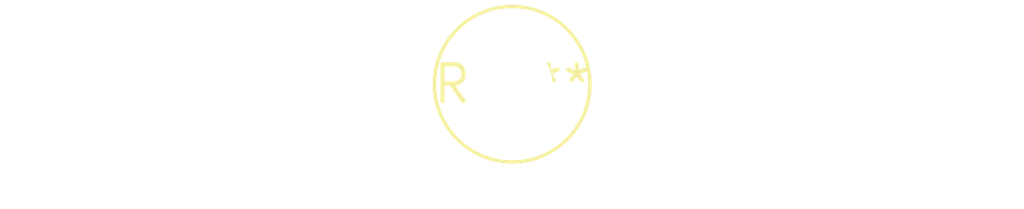
<source format=kicad_pcb>
(kicad_pcb (version 20240108) (generator pcbnew)
  (layers (0 "F.Cu" signal) (31 "B.Cu" signal) (34 "B.Paste" user) (35 "F.Paste" user) (36 "B.SilkS" user "B.Silkscreen") (37 "F.SilkS" user "F.Silkscreen") (38 "B.Mask" user) (39 "F.Mask" user) (44 "Edge.Cuts" user))
  (net 0 "")
  (footprint "TestPoint_Loop_D3.80mm_Drill2.8mm" (layer "F.Cu") (at 0 0)
    (property "Reference" "REF**")
    (property "Value" "TestPoint_Loop_D3.80mm_Drill2.8mm")
    (fp_circle (center 0 0) (end 2.7 0) (layer "F.SilkS") (stroke (width 0.12)) (fill none))
    (pad "1" thru_hole circle (at 0 0) (size 4.8 4.8) (drill 2.8) (layers *.Cu *.Mask) (remove_unused_layers))
  )
)
</source>
